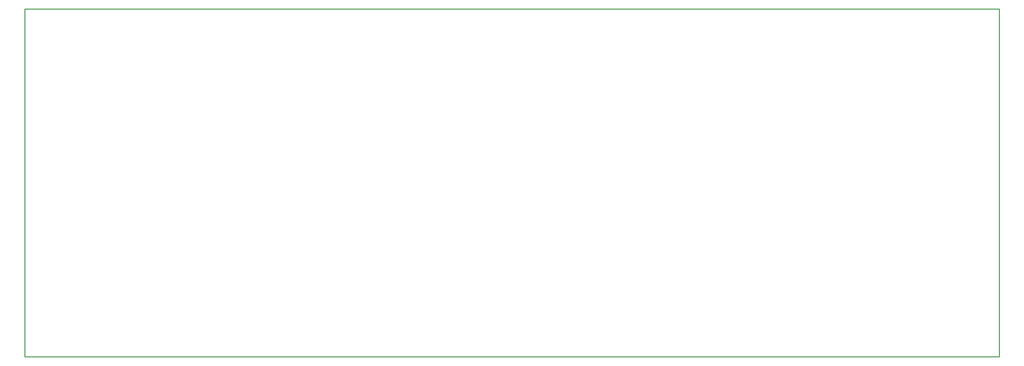
<source format=gbr>
G04 (created by PCBNEW (2013-jul-07)-stable) date Sun 10 Apr 2016 10:04:28 PM PDT*
%MOIN*%
G04 Gerber Fmt 3.4, Leading zero omitted, Abs format*
%FSLAX34Y34*%
G01*
G70*
G90*
G04 APERTURE LIST*
%ADD10C,0.00590551*%
%ADD11C,0.01*%
G04 APERTURE END LIST*
G54D10*
G54D11*
X125000Y-57500D02*
X20000Y-57500D01*
X125000Y-20000D02*
X125000Y-57500D01*
X122500Y-20000D02*
X125000Y-20000D01*
X20000Y-57500D02*
X20000Y-20000D01*
X20000Y-20000D02*
X122500Y-20000D01*
M02*

</source>
